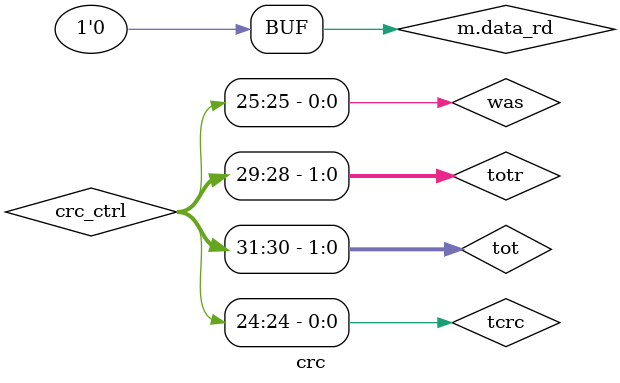
<source format=sv>
module crc(crc_if m);
 
// Variables declaration
  logic [31:0] crc_data1,crc_data, crc_poly, crc_ctrl, seed, seed1,test1;
  bit flag, r;
  bit p,was,tcrc;
  bit [1:0] tot,totr;
  
 assign was = crc_ctrl[25];
 assign tcrc = crc_ctrl[24];
 assign tot = crc_ctrl[31:30];
 assign totr = crc_ctrl[29:28];

//***********************************
//  Main program starts here
//***********************************
  
	//always @(posedge cif.clk)
	//  begin
	//    if(cif.rst)
	//      begin
	//	seed_1     <= 0;
	//	crc_data_1 <= 0;
	////	p          <= 0;
	//      end
	//    else
	//      begin
	//        if(p!=1)                 // This condition has been written because when the address change then crc_data_1 value also changes with the new value.
	//          begin
	//            seed_1     <= seed;
	//	        crc_data_1 <= crc_data;
	//          end 
	//	    
	//	
	//      end
	//  end   
//============================================================


  always @(*) begin
    
    if     (!m.RW && m.addr == 32'h4003_2000) m.data_rd = crc_data1; 
    else if(!m.RW && m.addr == 32'h4003_2004) m.data_rd = crc_poly; 
    else if(!m.RW && m.addr == 32'h4003_2008) m.data_rd = crc_ctrl; 
    else m.data_rd = 32'h0000_1234;
    end

  always@(posedge m.clk or posedge m.rst)
    begin
      if(m.rst)
		begin
		  crc_data = 32'hffff_ffff;
		  crc_data1 = 32'hffff_ffff;
		  seed1 = 32'hffff_ffff;
		  crc_poly = 32'h0000_1021;
		  crc_ctrl = 32'h0000_0000;
		end
	 else

		begin
                
          
		  if(m.addr == 32'h4003_2000)
			begin
			  if(m.RW == 0)
				begin
                                  p = 0;
				  //cif.data_rd = crc_data; // this is a problem that needs to be solved.

				end
			  else
				begin
				  crc_data = m.data_wr;
                  
                case(tot)
                  2'b00: begin crc_data = crc_data; end
                  2'b01: crc_data = {crc_data[24],crc_data[25],crc_data[26],crc_data[27],crc_data[28],crc_data[29],crc_data[30],crc_data[31],crc_data[16],crc_data[17],crc_data[18],crc_data[19],crc_data[20],crc_data[21],crc_data[22],crc_data[23],crc_data[08],crc_data[09],crc_data[10],crc_data[11],crc_data[12],crc_data[13],crc_data[14],crc_data[15],crc_data[00],crc_data[01],crc_data[02],crc_data[03],crc_data[04],crc_data[05],crc_data[06],crc_data[07]};
                  2'b10: crc_data = {crc_data[00],crc_data[01],crc_data[02],crc_data[03],crc_data[04],crc_data[05],crc_data[06],crc_data[07],crc_data[08],crc_data[09],crc_data[10],crc_data[11],crc_data[12],crc_data[13],crc_data[14],crc_data[15],crc_data[16],crc_data[17],crc_data[18],crc_data[19],crc_data[20],crc_data[21],crc_data[22],crc_data[23],crc_data[24],crc_data[25],crc_data[26],crc_data[27],crc_data[28],crc_data[29],crc_data[30],crc_data[31]};
                  2'b11: crc_data = {crc_data[07],crc_data[06],crc_data[05],crc_data[04],crc_data[03],crc_data[02],crc_data[01],crc_data[00],crc_data[15],crc_data[14],crc_data[13],crc_data[12],crc_data[11],crc_data[10],crc_data[09],crc_data[08],crc_data[23],crc_data[22],crc_data[21],crc_data[20],crc_data[19],crc_data[18],crc_data[17],crc_data[16],crc_data[31],crc_data[30],crc_data[29],crc_data[28],crc_data[27],crc_data[26],crc_data[25],crc_data[24]};
                endcase
                    test1 = crc_data;
		                if(tcrc) begin
				  if(!was) begin
				    for(int i=0; i<32; i++)
				    begin
				      if(seed[31]==0)
				      begin
				  	  seed = seed << 1;
				  	  seed[0] = crc_data[31];
				  	  crc_data = crc_data << 1;
				      end
				      else
				      begin
				  	seed = seed << 1;
				  	seed[0] = crc_data[31];
				  	crc_data = crc_data << 1;
				  	seed  = seed ^ crc_poly;
	         		      end
				    end
				    crc_data = seed;
                                  end
      				  else 
                                  begin
 				    seed = crc_data;
              			  end
                                  crc_data = seed;
                                end
                                else
                                begin
				  if(!was) begin
			            for(int i=0; i<32; i++)
				    begin
			              if(seed1[15]==0)
				      begin
					seed1[15:0] = {seed1[14:0],crc_data[31]};
					crc_data   = crc_data << 1;
				      end
				      else
				      begin
					seed1[15:0] = {seed1[14:0],crc_data[31]};
					crc_data = crc_data << 1;
					seed1[15:0]  = seed1[15:0] ^ crc_poly[15:0];
				      end
				    end
				    crc_data = {16'b0, seed1[15:0]}; 
                                  end
      				  else begin
 				    seed1 = {16'b0, crc_data[15:0]};
              			  end
                                    crc_data = {16'b0, seed1[15:0]};
                                end
				end
                                      crc_data1 = crc_data;
                case(totr)
                  2'b00: begin end
                  2'b01: begin crc_data1= {crc_data1[24],crc_data1[25],crc_data1[26],crc_data1[27],crc_data1[28],crc_data1[29],crc_data1[30],crc_data1[31],crc_data1[16],crc_data1[17],crc_data1[18],crc_data1[19],crc_data1[20],crc_data1[21],crc_data1[22],crc_data1[23],crc_data1[08],crc_data1[09],crc_data1[10],crc_data1[11],crc_data1[12],crc_data1[13],crc_data1[14],crc_data1[15],crc_data1[00],crc_data1[01],crc_data1[02],crc_data1[03],crc_data1[04],crc_data1[05],crc_data1[06],crc_data1[07]}; end
                  2'b10: begin crc_data1 = {crc_data1[00],crc_data1[01],crc_data1[02],crc_data1[03],crc_data1[04],crc_data1[05],crc_data1[06],crc_data1[07],crc_data1[08],crc_data1[09],crc_data1[10],crc_data1[11],crc_data1[12],crc_data1[13],crc_data1[14],crc_data1[15],crc_data1[16],crc_data1[17],crc_data1[18],crc_data1[19],crc_data1[20],crc_data1[21],crc_data1[22],crc_data1[23],crc_data1[24],crc_data1[25],crc_data1[26],crc_data1[27],crc_data1[28],crc_data1[29],crc_data1[30],crc_data1[31]};end
                  2'b11: begin crc_data1 = {crc_data1[07],crc_data1[06],crc_data1[05],crc_data1[04],crc_data1[03],crc_data1[02],crc_data1[01],crc_data1[00],crc_data1[15],crc_data1[14],crc_data1[13],crc_data1[12],crc_data1[11],crc_data1[10],crc_data1[09],crc_data1[08],crc_data1[23],crc_data1[22],crc_data1[21],crc_data1[20],crc_data1[19],crc_data1[18],crc_data1[17],crc_data1[16],crc_data1[31],crc_data1[30],crc_data1[29],crc_data1[28],crc_data1[27],crc_data1[26],crc_data1[25],crc_data[24]};end
                endcase
			end
		  else if(m.addr == 32'h4003_2004)
			begin
			  
			  if(m.RW == 0)
				begin
				 /// cif.data_rd = crc_poly;
				end
			  else
				begin
				  crc_poly    = m.data_wr;
				end

			end
		  else if(m.addr == 32'h4003_2008)
			begin
			  
			  if(m.RW == 0)
			 	begin
				end
			  else
				begin
				  crc_ctrl    = m.data_wr;
				end

			end

		end
    end

endmodule

</source>
